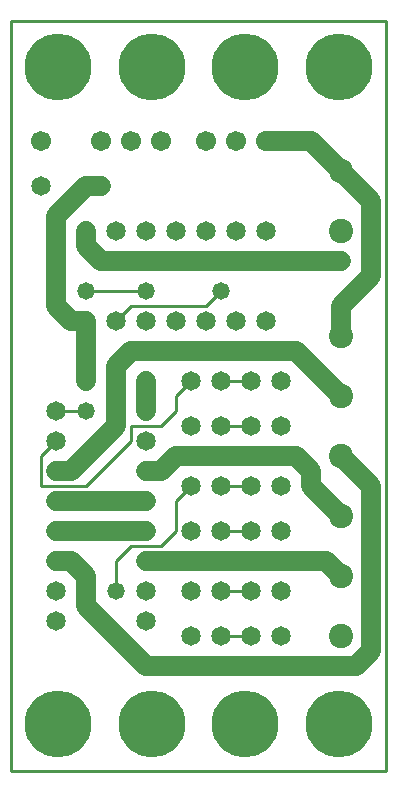
<source format=gtl>
%MOIN*%
%FSLAX25Y25*%
G04 D10 used for Character Trace; *
G04     Circle (OD=.01000) (No hole)*
G04 D11 used for Power Trace; *
G04     Circle (OD=.06700) (No hole)*
G04 D12 used for Signal Trace; *
G04     Circle (OD=.01100) (No hole)*
G04 D13 used for Via; *
G04     Circle (OD=.05800) (Round. Hole ID=.02800)*
G04 D14 used for Component hole; *
G04     Circle (OD=.06500) (Round. Hole ID=.03500)*
G04 D15 used for Component hole; *
G04     Circle (OD=.06700) (Round. Hole ID=.04300)*
G04 D16 used for Component hole; *
G04     Circle (OD=.08100) (Round. Hole ID=.05100)*
G04 D17 used for Component hole; *
G04     Circle (OD=.08900) (Round. Hole ID=.05900)*
G04 D18 used for Component hole; *
G04     Circle (OD=.11300) (Round. Hole ID=.08300)*
G04 D19 used for Component hole; *
G04     Circle (OD=.16000) (Round. Hole ID=.13000)*
G04 D20 used for Component hole; *
G04     Circle (OD=.18300) (Round. Hole ID=.15300)*
G04 D21 used for Component hole; *
G04     Circle (OD=.22291) (Round. Hole ID=.19291)*
%ADD10C,.01000*%
%ADD11C,.06700*%
%ADD12C,.01100*%
%ADD13C,.05800*%
%ADD14C,.06500*%
%ADD15C,.06700*%
%ADD16C,.08100*%
%ADD17C,.08900*%
%ADD18C,.11300*%
%ADD19C,.16000*%
%ADD20C,.18300*%
%ADD21C,.22291*%
%IPPOS*%
%LPD*%
G90*X0Y0D02*D21*X15625Y15625D03*X46875D03*D11*    
X45000Y35000D02*X115000D01*X120000Y40000D01*      
Y95000D01*X110000Y105000D01*D16*D03*D11*Y85000D02*
X100000Y95000D01*D16*X110000Y85000D03*D11*        
X100000Y95000D02*Y100000D01*X95000Y105000D01*     
X55000D01*X50000Y100000D01*X45000D01*D14*D03*D12* 
X55000Y80000D02*Y90000D01*X50000Y75000D02*        
X55000Y80000D01*X40000Y75000D02*X50000D01*        
X35000Y70000D02*X40000Y75000D01*X35000Y60000D02*  
Y70000D01*D13*Y60000D03*D14*X45000Y50000D03*      
Y70000D03*D11*X105000D01*X110000Y65000D01*D16*D03*
D14*X90000Y45000D03*Y80000D03*D16*                
X110000Y45000D03*D14*X90000Y60000D03*             
X80000Y95000D03*D12*X70000D01*D14*D03*X60000D03*  
D12*X55000Y90000D01*D14*X45000Y80000D03*D11*      
X15000D01*D14*D03*Y90000D03*D11*X45000D01*D14*D03*
X60000Y80000D03*D12*X10000Y95000D02*X25000D01*    
X10000D02*Y105000D01*X15000Y110000D01*D14*D03*D13*
X25000Y120000D03*D12*X15000D01*D14*D03*D13*       
X25000Y130000D03*D11*Y145000D01*Y150000D01*D14*   
D03*D11*X20000D01*D12*X25000Y145000D01*D11*       
X20000Y150000D02*X15000Y155000D01*Y185000D01*     
X25000Y195000D01*X30000D01*D14*D03*               
X45000Y180000D03*D15*X40000Y210000D03*D14*        
X25000Y180000D03*D11*Y175000D01*X30000Y170000D01* 
X110000D01*D13*D03*D11*Y155000D02*                
X120000Y165000D01*X110000Y145000D02*Y155000D01*   
D16*Y145000D03*D11*Y125000D02*X95000Y140000D01*   
D16*X110000Y125000D03*D11*X40000Y140000D02*       
X95000D01*X35000Y135000D02*X40000Y140000D01*      
X35000Y115000D02*Y135000D01*X20000Y100000D02*     
X35000Y115000D01*X15000Y100000D02*X20000D01*D14*  
X15000D03*D12*X25000Y95000D02*X40000Y110000D01*   
Y115000D01*X50000D01*X55000Y120000D01*Y125000D01* 
X60000Y130000D01*D14*D03*X70000D03*D12*X80000D01* 
D14*D03*X90000D03*X70000Y115000D03*D12*X80000D01* 
D14*D03*X90000D03*X60000D03*X90000Y95000D03*      
X45000Y150000D03*D13*Y130000D03*D11*Y120000D01*   
D14*D03*Y110000D03*X75000Y150000D03*X65000D03*    
X55000D03*X35000D03*D12*X40000Y155000D01*         
X65000D01*X70000Y160000D01*D13*D03*D14*           
X85000Y150000D03*Y180000D03*X75000D03*X65000D03*  
X55000D03*D13*X45000Y160000D03*D12*X25000D01*D13* 
D03*D14*X35000Y180000D03*X10000Y195000D03*D15*    
X75000Y210000D03*X65000D03*X50000D03*X30000D03*   
X10000D03*X85000D03*D11*X100000D01*               
X110000Y200000D01*D16*D03*D11*X120000Y190000D01*  
Y165000D01*D16*X110000Y180000D03*D21*             
X109375Y234375D03*X78125D03*X46875D03*D14*        
X70000Y80000D03*D12*X80000D01*D14*D03*            
X60000Y60000D03*X70000D03*D12*X80000D01*D14*D03*  
X70000Y45000D03*D12*X80000D01*D14*D03*X60000D03*  
D21*X109375Y15625D03*X78125D03*D14*               
X45000Y60000D03*D11*Y35000D02*X25000Y55000D01*    
Y65000D01*X20000Y70000D01*X15000D01*D14*D03*      
Y60000D03*Y50000D03*D12*X0Y0D02*X125000D01*       
Y250000D01*X0D01*Y0D01*D21*X15625Y234375D03*M02*  

</source>
